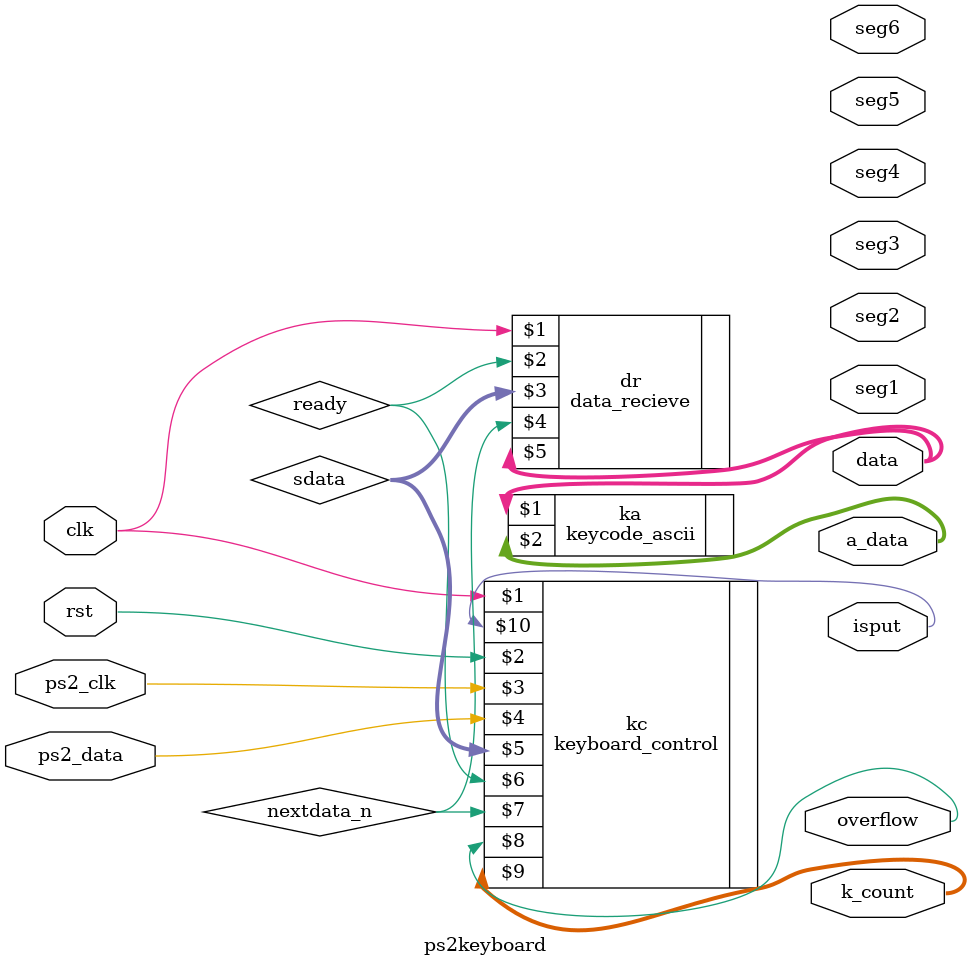
<source format=v>
module ps2keyboard(
input clk, ps2_clk,ps2_data, rst,
output reg [7:0] data,
output reg [7:0] a_data,
output reg [7:0] seg1,
output reg [7:0] seg2,
output reg [7:0] seg3,
output reg [7:0] seg4,
output reg [7:0] seg5,
output reg [7:0] seg6,
output reg overflow,
output reg [7:0] k_count,
output reg isput
);

wire [7:0] sdata;
reg nextdata_n;
reg ready;
wire sampling;
data_recieve dr(clk, ready, sdata, nextdata_n, data);
keyboard_control kc(clk, rst, ps2_clk, ps2_data,  sdata, ready, nextdata_n, overflow, k_count, isput);
keycode_ascii ka(data, a_data);

endmodule

</source>
